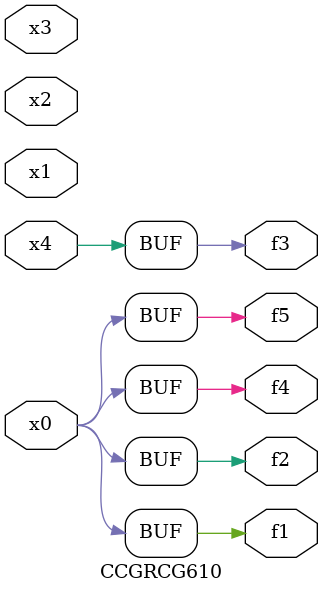
<source format=v>
module CCGRCG610(
	input x0, x1, x2, x3, x4,
	output f1, f2, f3, f4, f5
);
	assign f1 = x0;
	assign f2 = x0;
	assign f3 = x4;
	assign f4 = x0;
	assign f5 = x0;
endmodule

</source>
